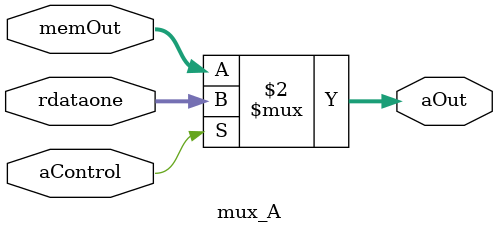
<source format=v>
module mux_A(input wire [31:0] memOut,
              input wire [31:0] rdataone,
              input wire aControl,
              output wire [31:0] aOut);
  
  assign aOut = (aControl == 1'b0) ? memOut : rdataone;
  
  
endmodule
</source>
